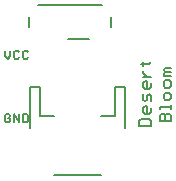
<source format=gto>
G75*
%MOIN*%
%OFA0B0*%
%FSLAX25Y25*%
%IPPOS*%
%LPD*%
%AMOC8*
5,1,8,0,0,1.08239X$1,22.5*
%
%ADD10C,0.00700*%
%ADD11C,0.00500*%
%ADD12C,0.00800*%
D10*
X0529680Y0021830D02*
X0529680Y0023732D01*
X0530314Y0024366D01*
X0532849Y0024366D01*
X0533483Y0023732D01*
X0533483Y0021830D01*
X0529680Y0021830D01*
X0536430Y0023557D02*
X0536430Y0025458D01*
X0537064Y0026092D01*
X0537698Y0026092D01*
X0538332Y0025458D01*
X0538332Y0023557D01*
X0540233Y0023557D02*
X0536430Y0023557D01*
X0540233Y0023557D02*
X0540233Y0025458D01*
X0539599Y0026092D01*
X0538966Y0026092D01*
X0538332Y0025458D01*
X0533483Y0026608D02*
X0532849Y0025974D01*
X0531582Y0025974D01*
X0530948Y0026608D01*
X0530948Y0027875D01*
X0531582Y0028509D01*
X0532216Y0028509D01*
X0532216Y0025974D01*
X0533483Y0026608D02*
X0533483Y0027875D01*
X0536430Y0027700D02*
X0536430Y0028334D01*
X0540233Y0028334D01*
X0540233Y0027700D02*
X0540233Y0028968D01*
X0539599Y0030463D02*
X0540233Y0031097D01*
X0540233Y0032364D01*
X0539599Y0032998D01*
X0538332Y0032998D01*
X0537698Y0032364D01*
X0537698Y0031097D01*
X0538332Y0030463D01*
X0539599Y0030463D01*
X0533483Y0030117D02*
X0533483Y0032019D01*
X0532849Y0032653D01*
X0532216Y0032019D01*
X0532216Y0030751D01*
X0531582Y0030117D01*
X0530948Y0030751D01*
X0530948Y0032653D01*
X0531582Y0034261D02*
X0530948Y0034895D01*
X0530948Y0036163D01*
X0531582Y0036796D01*
X0532216Y0036796D01*
X0532216Y0034261D01*
X0532849Y0034261D02*
X0531582Y0034261D01*
X0532849Y0034261D02*
X0533483Y0034895D01*
X0533483Y0036163D01*
X0537698Y0036508D02*
X0537698Y0035240D01*
X0538332Y0034606D01*
X0539599Y0034606D01*
X0540233Y0035240D01*
X0540233Y0036508D01*
X0539599Y0037142D01*
X0538332Y0037142D01*
X0537698Y0036508D01*
X0537698Y0038750D02*
X0537698Y0039384D01*
X0538332Y0040017D01*
X0537698Y0040651D01*
X0538332Y0041285D01*
X0540233Y0041285D01*
X0540233Y0040017D02*
X0538332Y0040017D01*
X0532216Y0038404D02*
X0530948Y0039672D01*
X0530948Y0040306D01*
X0530948Y0041857D02*
X0530948Y0043125D01*
X0530314Y0042491D02*
X0532849Y0042491D01*
X0533483Y0043125D01*
X0533483Y0038404D02*
X0530948Y0038404D01*
X0537698Y0038750D02*
X0540233Y0038750D01*
D11*
X0485284Y0023125D02*
X0484833Y0023575D01*
X0484833Y0025377D01*
X0485284Y0025827D01*
X0486184Y0025827D01*
X0486635Y0025377D01*
X0486635Y0024476D02*
X0485734Y0024476D01*
X0486635Y0024476D02*
X0486635Y0023575D01*
X0486184Y0023125D01*
X0485284Y0023125D01*
X0487780Y0023125D02*
X0487780Y0025827D01*
X0489581Y0023125D01*
X0489581Y0025827D01*
X0490726Y0025827D02*
X0492078Y0025827D01*
X0492528Y0025377D01*
X0492528Y0023575D01*
X0492078Y0023125D01*
X0490726Y0023125D01*
X0490726Y0025827D01*
X0491177Y0044375D02*
X0492078Y0044375D01*
X0492528Y0044825D01*
X0491177Y0044375D02*
X0490726Y0044825D01*
X0490726Y0046627D01*
X0491177Y0047077D01*
X0492078Y0047077D01*
X0492528Y0046627D01*
X0489581Y0046627D02*
X0489131Y0047077D01*
X0488230Y0047077D01*
X0487780Y0046627D01*
X0487780Y0044825D01*
X0488230Y0044375D01*
X0489131Y0044375D01*
X0489581Y0044825D01*
X0486635Y0045276D02*
X0486635Y0047077D01*
X0484833Y0047077D02*
X0484833Y0045276D01*
X0485734Y0044375D01*
X0486635Y0045276D01*
D12*
X0505958Y0051007D02*
X0512864Y0051007D01*
X0520147Y0054944D02*
X0520147Y0058306D01*
X0517088Y0062243D02*
X0495828Y0062243D01*
X0492769Y0058306D02*
X0492769Y0054944D01*
X0493210Y0034967D02*
X0493210Y0021187D01*
X0496360Y0025124D02*
X0496360Y0034967D01*
X0493210Y0034967D01*
X0521557Y0034967D02*
X0521557Y0025124D01*
X0516832Y0025124D01*
X0501084Y0025124D02*
X0496360Y0025124D01*
X0524706Y0021187D02*
X0524706Y0034967D01*
X0521557Y0034967D01*
X0516832Y0005439D02*
X0501084Y0005439D01*
M02*

</source>
